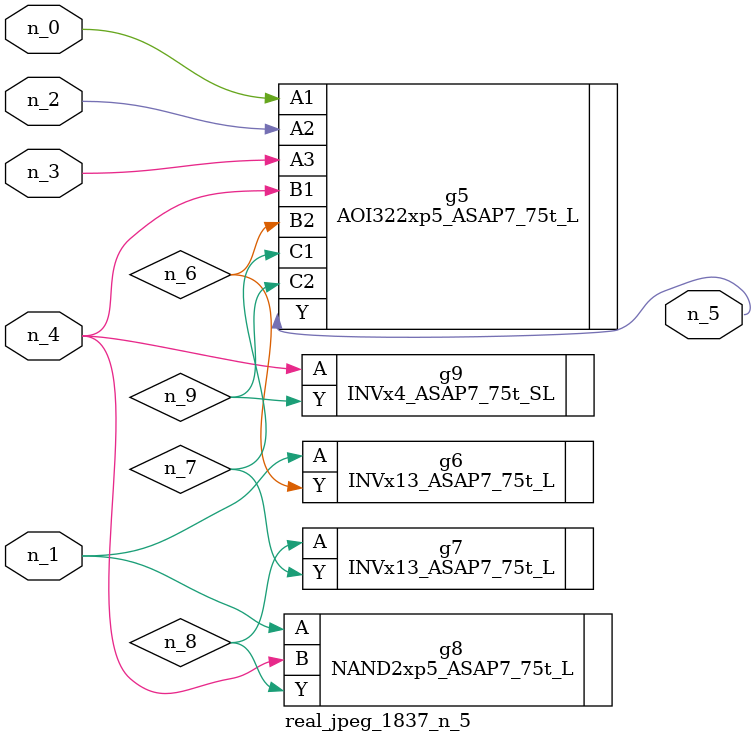
<source format=v>
module real_jpeg_1837_n_5 (n_4, n_0, n_1, n_2, n_3, n_5);

input n_4;
input n_0;
input n_1;
input n_2;
input n_3;

output n_5;

wire n_8;
wire n_6;
wire n_7;
wire n_9;

AOI322xp5_ASAP7_75t_L g5 ( 
.A1(n_0),
.A2(n_2),
.A3(n_3),
.B1(n_4),
.B2(n_6),
.C1(n_7),
.C2(n_9),
.Y(n_5)
);

INVx13_ASAP7_75t_L g6 ( 
.A(n_1),
.Y(n_6)
);

NAND2xp5_ASAP7_75t_L g8 ( 
.A(n_1),
.B(n_4),
.Y(n_8)
);

INVx4_ASAP7_75t_SL g9 ( 
.A(n_4),
.Y(n_9)
);

INVx13_ASAP7_75t_L g7 ( 
.A(n_8),
.Y(n_7)
);


endmodule
</source>
